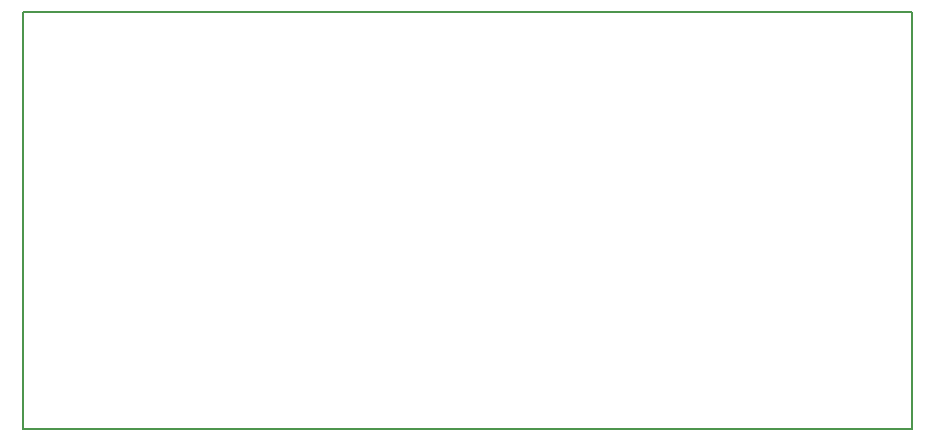
<source format=gbr>
%TF.GenerationSoftware,KiCad,Pcbnew,(6.0.2)*%
%TF.CreationDate,2022-03-05T20:41:57-07:00*%
%TF.ProjectId,H0001-Solenoid-Driver,48303030-312d-4536-9f6c-656e6f69642d,rev?*%
%TF.SameCoordinates,Original*%
%TF.FileFunction,Profile,NP*%
%FSLAX46Y46*%
G04 Gerber Fmt 4.6, Leading zero omitted, Abs format (unit mm)*
G04 Created by KiCad (PCBNEW (6.0.2)) date 2022-03-05 20:41:57*
%MOMM*%
%LPD*%
G01*
G04 APERTURE LIST*
%TA.AperFunction,Profile*%
%ADD10C,0.200000*%
%TD*%
G04 APERTURE END LIST*
D10*
X92964000Y-64770000D02*
X168198800Y-64770000D01*
X168198800Y-64770000D02*
X168198800Y-100126800D01*
X168198800Y-100126800D02*
X92964000Y-100126800D01*
X92964000Y-100126800D02*
X92964000Y-64770000D01*
M02*

</source>
